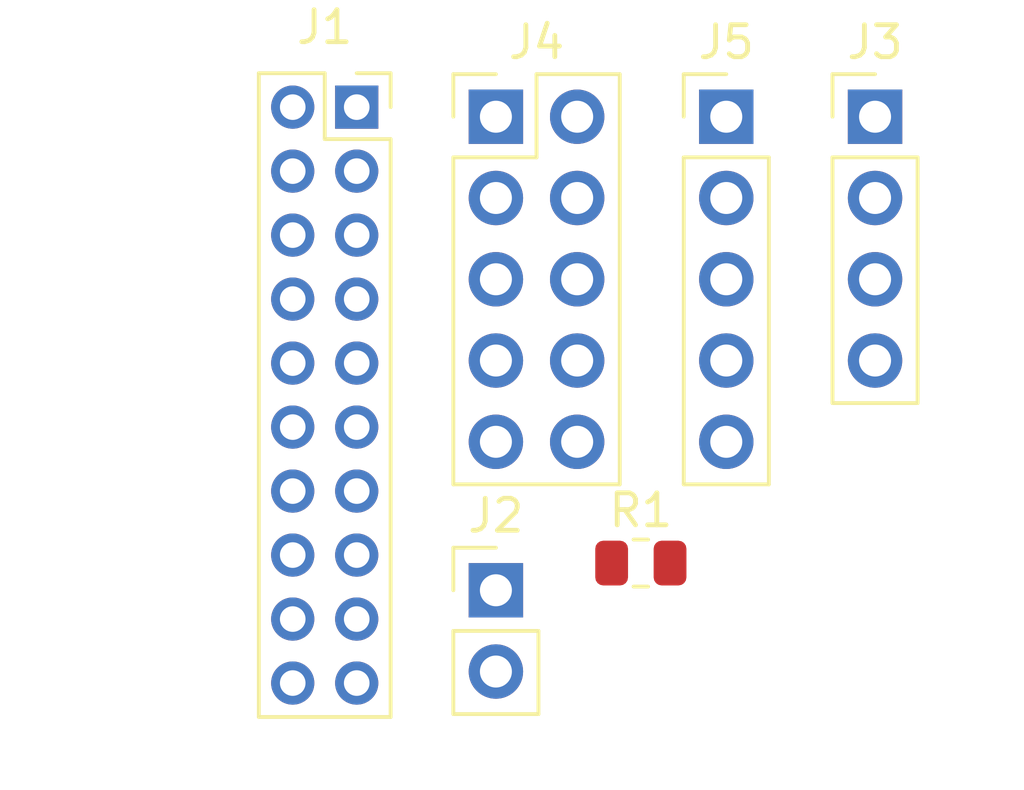
<source format=kicad_pcb>
(kicad_pcb (version 20171130) (host pcbnew 5.1.12-84ad8e8a86~92~ubuntu20.04.1)

  (general
    (thickness 1.6)
    (drawings 0)
    (tracks 0)
    (zones 0)
    (modules 6)
    (nets 19)
  )

  (page A4)
  (layers
    (0 F.Cu signal)
    (31 B.Cu signal)
    (32 B.Adhes user)
    (33 F.Adhes user)
    (34 B.Paste user)
    (35 F.Paste user)
    (36 B.SilkS user)
    (37 F.SilkS user)
    (38 B.Mask user)
    (39 F.Mask user)
    (40 Dwgs.User user)
    (41 Cmts.User user)
    (42 Eco1.User user)
    (43 Eco2.User user)
    (44 Edge.Cuts user)
    (45 Margin user)
    (46 B.CrtYd user)
    (47 F.CrtYd user)
    (48 B.Fab user)
    (49 F.Fab user)
  )

  (setup
    (last_trace_width 0.25)
    (trace_clearance 0.2)
    (zone_clearance 0.508)
    (zone_45_only no)
    (trace_min 0.2)
    (via_size 0.8)
    (via_drill 0.4)
    (via_min_size 0.4)
    (via_min_drill 0.3)
    (uvia_size 0.3)
    (uvia_drill 0.1)
    (uvias_allowed no)
    (uvia_min_size 0.2)
    (uvia_min_drill 0.1)
    (edge_width 0.05)
    (segment_width 0.2)
    (pcb_text_width 0.3)
    (pcb_text_size 1.5 1.5)
    (mod_edge_width 0.12)
    (mod_text_size 1 1)
    (mod_text_width 0.15)
    (pad_size 1.524 1.524)
    (pad_drill 0.762)
    (pad_to_mask_clearance 0.051)
    (solder_mask_min_width 0.25)
    (aux_axis_origin 0 0)
    (visible_elements FFFFFF7F)
    (pcbplotparams
      (layerselection 0x010fc_ffffffff)
      (usegerberextensions false)
      (usegerberattributes true)
      (usegerberadvancedattributes true)
      (creategerberjobfile true)
      (excludeedgelayer true)
      (linewidth 0.100000)
      (plotframeref false)
      (viasonmask false)
      (mode 1)
      (useauxorigin false)
      (hpglpennumber 1)
      (hpglpenspeed 20)
      (hpglpendiameter 15.000000)
      (psnegative false)
      (psa4output false)
      (plotreference true)
      (plotvalue true)
      (plotinvisibletext false)
      (padsonsilk false)
      (subtractmaskfromsilk false)
      (outputformat 1)
      (mirror false)
      (drillshape 1)
      (scaleselection 1)
      (outputdirectory ""))
  )

  (net 0 "")
  (net 1 MIC_L)
  (net 2 MIC_R)
  (net 3 MIC_DET)
  (net 4 HEADPHONE_DET)
  (net 5 HEADPHONE_L)
  (net 6 HEADPHONE_R)
  (net 7 FRONT_IO_DET)
  (net 8 HDD_LED-)
  (net 9 HDD_LED+)
  (net 10 USB_VCC1)
  (net 11 USB_VCC2)
  (net 12 USB_D-_1)
  (net 13 USB_D-_2)
  (net 14 USB_D+_1)
  (net 15 USB_D+_2)
  (net 16 "Net-(J1-Pad19)")
  (net 17 "Net-(J2-Pad1)")
  (net 18 "Net-(J4-Pad8)")

  (net_class Default "This is the default net class."
    (clearance 0.2)
    (trace_width 0.25)
    (via_dia 0.8)
    (via_drill 0.4)
    (uvia_dia 0.3)
    (uvia_drill 0.1)
    (add_net FRONT_IO_DET)
    (add_net HDD_LED+)
    (add_net HDD_LED-)
    (add_net HEADPHONE_DET)
    (add_net HEADPHONE_L)
    (add_net HEADPHONE_R)
    (add_net MIC_DET)
    (add_net MIC_L)
    (add_net MIC_R)
    (add_net "Net-(J1-Pad19)")
    (add_net "Net-(J2-Pad1)")
    (add_net "Net-(J4-Pad8)")
    (add_net USB_D+_1)
    (add_net USB_D+_2)
    (add_net USB_D-_1)
    (add_net USB_D-_2)
    (add_net USB_VCC1)
    (add_net USB_VCC2)
  )

  (module Connector_PinSocket_2.00mm:PinSocket_2x10_P2.00mm_Vertical (layer F.Cu) (tedit 5A19A41B) (tstamp 62027D47)
    (at 142.525001 94.125001)
    (descr "Through hole straight socket strip, 2x10, 2.00mm pitch, double cols (from Kicad 4.0.7), script generated")
    (tags "Through hole socket strip THT 2x10 2.00mm double row")
    (path /5E607E51)
    (fp_text reference J1 (at -1 -2.5) (layer F.SilkS)
      (effects (font (size 1 1) (thickness 0.15)))
    )
    (fp_text value DELL_2MM_MB_CONNECTOR (at -1 20.5) (layer F.Fab)
      (effects (font (size 1 1) (thickness 0.15)))
    )
    (fp_line (start -3.5 19.5) (end -3.5 -1.5) (layer F.CrtYd) (width 0.05))
    (fp_line (start 1.5 19.5) (end -3.5 19.5) (layer F.CrtYd) (width 0.05))
    (fp_line (start 1.5 -1.5) (end 1.5 19.5) (layer F.CrtYd) (width 0.05))
    (fp_line (start -3.5 -1.5) (end 1.5 -1.5) (layer F.CrtYd) (width 0.05))
    (fp_line (start 0 -1.06) (end 1.06 -1.06) (layer F.SilkS) (width 0.12))
    (fp_line (start 1.06 -1.06) (end 1.06 0) (layer F.SilkS) (width 0.12))
    (fp_line (start -1 -1.06) (end -1 1) (layer F.SilkS) (width 0.12))
    (fp_line (start -1 1) (end 1.06 1) (layer F.SilkS) (width 0.12))
    (fp_line (start 1.06 1) (end 1.06 19.06) (layer F.SilkS) (width 0.12))
    (fp_line (start -3.06 19.06) (end 1.06 19.06) (layer F.SilkS) (width 0.12))
    (fp_line (start -3.06 -1.06) (end -3.06 19.06) (layer F.SilkS) (width 0.12))
    (fp_line (start -3.06 -1.06) (end -1 -1.06) (layer F.SilkS) (width 0.12))
    (fp_line (start -3 19) (end -3 -1) (layer F.Fab) (width 0.1))
    (fp_line (start 1 19) (end -3 19) (layer F.Fab) (width 0.1))
    (fp_line (start 1 0) (end 1 19) (layer F.Fab) (width 0.1))
    (fp_line (start 0 -1) (end 1 0) (layer F.Fab) (width 0.1))
    (fp_line (start -3 -1) (end 0 -1) (layer F.Fab) (width 0.1))
    (fp_text user %R (at -1 9 90) (layer F.Fab)
      (effects (font (size 1 1) (thickness 0.15)))
    )
    (pad 1 thru_hole rect (at 0 0) (size 1.35 1.35) (drill 0.8) (layers *.Cu *.Mask)
      (net 1 MIC_L))
    (pad 2 thru_hole oval (at -2 0) (size 1.35 1.35) (drill 0.8) (layers *.Cu *.Mask)
      (net 2 MIC_R))
    (pad 3 thru_hole oval (at 0 2) (size 1.35 1.35) (drill 0.8) (layers *.Cu *.Mask)
      (net 3 MIC_DET))
    (pad 4 thru_hole oval (at -2 2) (size 1.35 1.35) (drill 0.8) (layers *.Cu *.Mask)
      (net 4 HEADPHONE_DET))
    (pad 5 thru_hole oval (at 0 4) (size 1.35 1.35) (drill 0.8) (layers *.Cu *.Mask)
      (net 5 HEADPHONE_L))
    (pad 6 thru_hole oval (at -2 4) (size 1.35 1.35) (drill 0.8) (layers *.Cu *.Mask)
      (net 6 HEADPHONE_R))
    (pad 7 thru_hole oval (at 0 6) (size 1.35 1.35) (drill 0.8) (layers *.Cu *.Mask)
      (net 7 FRONT_IO_DET))
    (pad 8 thru_hole oval (at -2 6) (size 1.35 1.35) (drill 0.8) (layers *.Cu *.Mask)
      (net 7 FRONT_IO_DET))
    (pad 9 thru_hole oval (at 0 8) (size 1.35 1.35) (drill 0.8) (layers *.Cu *.Mask)
      (net 8 HDD_LED-))
    (pad 10 thru_hole oval (at -2 8) (size 1.35 1.35) (drill 0.8) (layers *.Cu *.Mask)
      (net 9 HDD_LED+))
    (pad 11 thru_hole oval (at 0 10) (size 1.35 1.35) (drill 0.8) (layers *.Cu *.Mask)
      (net 10 USB_VCC1))
    (pad 12 thru_hole oval (at -2 10) (size 1.35 1.35) (drill 0.8) (layers *.Cu *.Mask)
      (net 11 USB_VCC2))
    (pad 13 thru_hole oval (at 0 12) (size 1.35 1.35) (drill 0.8) (layers *.Cu *.Mask)
      (net 12 USB_D-_1))
    (pad 14 thru_hole oval (at -2 12) (size 1.35 1.35) (drill 0.8) (layers *.Cu *.Mask)
      (net 13 USB_D-_2))
    (pad 15 thru_hole oval (at 0 14) (size 1.35 1.35) (drill 0.8) (layers *.Cu *.Mask)
      (net 14 USB_D+_1))
    (pad 16 thru_hole oval (at -2 14) (size 1.35 1.35) (drill 0.8) (layers *.Cu *.Mask)
      (net 15 USB_D+_2))
    (pad 17 thru_hole oval (at 0 16) (size 1.35 1.35) (drill 0.8) (layers *.Cu *.Mask)
      (net 7 FRONT_IO_DET))
    (pad 18 thru_hole oval (at -2 16) (size 1.35 1.35) (drill 0.8) (layers *.Cu *.Mask)
      (net 7 FRONT_IO_DET))
    (pad 19 thru_hole oval (at 0 18) (size 1.35 1.35) (drill 0.8) (layers *.Cu *.Mask)
      (net 16 "Net-(J1-Pad19)"))
    (pad 20 thru_hole oval (at -2 18) (size 1.35 1.35) (drill 0.8) (layers *.Cu *.Mask)
      (net 7 FRONT_IO_DET))
    (model ${KISYS3DMOD}/Connector_PinSocket_2.00mm.3dshapes/PinSocket_2x10_P2.00mm_Vertical.wrl
      (at (xyz 0 0 0))
      (scale (xyz 1 1 1))
      (rotate (xyz 0 0 0))
    )
  )

  (module Connector_PinHeader_2.54mm:PinHeader_1x02_P2.54mm_Vertical (layer F.Cu) (tedit 59FED5CC) (tstamp 62027D5D)
    (at 146.875001 109.225001)
    (descr "Through hole straight pin header, 1x02, 2.54mm pitch, single row")
    (tags "Through hole pin header THT 1x02 2.54mm single row")
    (path /5E613D8F)
    (fp_text reference J2 (at 0 -2.33) (layer F.SilkS)
      (effects (font (size 1 1) (thickness 0.15)))
    )
    (fp_text value HDD_LED_HEADER (at 0 4.87) (layer F.Fab)
      (effects (font (size 1 1) (thickness 0.15)))
    )
    (fp_line (start 1.8 -1.8) (end -1.8 -1.8) (layer F.CrtYd) (width 0.05))
    (fp_line (start 1.8 4.35) (end 1.8 -1.8) (layer F.CrtYd) (width 0.05))
    (fp_line (start -1.8 4.35) (end 1.8 4.35) (layer F.CrtYd) (width 0.05))
    (fp_line (start -1.8 -1.8) (end -1.8 4.35) (layer F.CrtYd) (width 0.05))
    (fp_line (start -1.33 -1.33) (end 0 -1.33) (layer F.SilkS) (width 0.12))
    (fp_line (start -1.33 0) (end -1.33 -1.33) (layer F.SilkS) (width 0.12))
    (fp_line (start -1.33 1.27) (end 1.33 1.27) (layer F.SilkS) (width 0.12))
    (fp_line (start 1.33 1.27) (end 1.33 3.87) (layer F.SilkS) (width 0.12))
    (fp_line (start -1.33 1.27) (end -1.33 3.87) (layer F.SilkS) (width 0.12))
    (fp_line (start -1.33 3.87) (end 1.33 3.87) (layer F.SilkS) (width 0.12))
    (fp_line (start -1.27 -0.635) (end -0.635 -1.27) (layer F.Fab) (width 0.1))
    (fp_line (start -1.27 3.81) (end -1.27 -0.635) (layer F.Fab) (width 0.1))
    (fp_line (start 1.27 3.81) (end -1.27 3.81) (layer F.Fab) (width 0.1))
    (fp_line (start 1.27 -1.27) (end 1.27 3.81) (layer F.Fab) (width 0.1))
    (fp_line (start -0.635 -1.27) (end 1.27 -1.27) (layer F.Fab) (width 0.1))
    (fp_text user %R (at 0 1.27 90) (layer F.Fab)
      (effects (font (size 1 1) (thickness 0.15)))
    )
    (pad 1 thru_hole rect (at 0 0) (size 1.7 1.7) (drill 1) (layers *.Cu *.Mask)
      (net 17 "Net-(J2-Pad1)"))
    (pad 2 thru_hole oval (at 0 2.54) (size 1.7 1.7) (drill 1) (layers *.Cu *.Mask)
      (net 8 HDD_LED-))
    (model ${KISYS3DMOD}/Connector_PinHeader_2.54mm.3dshapes/PinHeader_1x02_P2.54mm_Vertical.wrl
      (at (xyz 0 0 0))
      (scale (xyz 1 1 1))
      (rotate (xyz 0 0 0))
    )
  )

  (module Connector_PinHeader_2.54mm:PinHeader_1x04_P2.54mm_Vertical (layer F.Cu) (tedit 59FED5CC) (tstamp 62027D75)
    (at 158.725001 94.425001)
    (descr "Through hole straight pin header, 1x04, 2.54mm pitch, single row")
    (tags "Through hole pin header THT 1x04 2.54mm single row")
    (path /5E61652E)
    (fp_text reference J3 (at 0 -2.33) (layer F.SilkS)
      (effects (font (size 1 1) (thickness 0.15)))
    )
    (fp_text value Conn_01x04 (at 0 9.95) (layer F.Fab)
      (effects (font (size 1 1) (thickness 0.15)))
    )
    (fp_line (start 1.8 -1.8) (end -1.8 -1.8) (layer F.CrtYd) (width 0.05))
    (fp_line (start 1.8 9.4) (end 1.8 -1.8) (layer F.CrtYd) (width 0.05))
    (fp_line (start -1.8 9.4) (end 1.8 9.4) (layer F.CrtYd) (width 0.05))
    (fp_line (start -1.8 -1.8) (end -1.8 9.4) (layer F.CrtYd) (width 0.05))
    (fp_line (start -1.33 -1.33) (end 0 -1.33) (layer F.SilkS) (width 0.12))
    (fp_line (start -1.33 0) (end -1.33 -1.33) (layer F.SilkS) (width 0.12))
    (fp_line (start -1.33 1.27) (end 1.33 1.27) (layer F.SilkS) (width 0.12))
    (fp_line (start 1.33 1.27) (end 1.33 8.95) (layer F.SilkS) (width 0.12))
    (fp_line (start -1.33 1.27) (end -1.33 8.95) (layer F.SilkS) (width 0.12))
    (fp_line (start -1.33 8.95) (end 1.33 8.95) (layer F.SilkS) (width 0.12))
    (fp_line (start -1.27 -0.635) (end -0.635 -1.27) (layer F.Fab) (width 0.1))
    (fp_line (start -1.27 8.89) (end -1.27 -0.635) (layer F.Fab) (width 0.1))
    (fp_line (start 1.27 8.89) (end -1.27 8.89) (layer F.Fab) (width 0.1))
    (fp_line (start 1.27 -1.27) (end 1.27 8.89) (layer F.Fab) (width 0.1))
    (fp_line (start -0.635 -1.27) (end 1.27 -1.27) (layer F.Fab) (width 0.1))
    (fp_text user %R (at 0 3.81 90) (layer F.Fab)
      (effects (font (size 1 1) (thickness 0.15)))
    )
    (pad 1 thru_hole rect (at 0 0) (size 1.7 1.7) (drill 1) (layers *.Cu *.Mask)
      (net 10 USB_VCC1))
    (pad 2 thru_hole oval (at 0 2.54) (size 1.7 1.7) (drill 1) (layers *.Cu *.Mask)
      (net 12 USB_D-_1))
    (pad 3 thru_hole oval (at 0 5.08) (size 1.7 1.7) (drill 1) (layers *.Cu *.Mask)
      (net 14 USB_D+_1))
    (pad 4 thru_hole oval (at 0 7.62) (size 1.7 1.7) (drill 1) (layers *.Cu *.Mask)
      (net 7 FRONT_IO_DET))
    (model ${KISYS3DMOD}/Connector_PinHeader_2.54mm.3dshapes/PinHeader_1x04_P2.54mm_Vertical.wrl
      (at (xyz 0 0 0))
      (scale (xyz 1 1 1))
      (rotate (xyz 0 0 0))
    )
  )

  (module Connector_PinHeader_2.54mm:PinHeader_2x05_P2.54mm_Vertical (layer F.Cu) (tedit 59FED5CC) (tstamp 62027D95)
    (at 146.875001 94.425001)
    (descr "Through hole straight pin header, 2x05, 2.54mm pitch, double rows")
    (tags "Through hole pin header THT 2x05 2.54mm double row")
    (path /5E610C2D)
    (fp_text reference J4 (at 1.27 -2.33) (layer F.SilkS)
      (effects (font (size 1 1) (thickness 0.15)))
    )
    (fp_text value HDAUDIO_HEADER (at 1.27 12.49) (layer F.Fab)
      (effects (font (size 1 1) (thickness 0.15)))
    )
    (fp_line (start 4.35 -1.8) (end -1.8 -1.8) (layer F.CrtYd) (width 0.05))
    (fp_line (start 4.35 11.95) (end 4.35 -1.8) (layer F.CrtYd) (width 0.05))
    (fp_line (start -1.8 11.95) (end 4.35 11.95) (layer F.CrtYd) (width 0.05))
    (fp_line (start -1.8 -1.8) (end -1.8 11.95) (layer F.CrtYd) (width 0.05))
    (fp_line (start -1.33 -1.33) (end 0 -1.33) (layer F.SilkS) (width 0.12))
    (fp_line (start -1.33 0) (end -1.33 -1.33) (layer F.SilkS) (width 0.12))
    (fp_line (start 1.27 -1.33) (end 3.87 -1.33) (layer F.SilkS) (width 0.12))
    (fp_line (start 1.27 1.27) (end 1.27 -1.33) (layer F.SilkS) (width 0.12))
    (fp_line (start -1.33 1.27) (end 1.27 1.27) (layer F.SilkS) (width 0.12))
    (fp_line (start 3.87 -1.33) (end 3.87 11.49) (layer F.SilkS) (width 0.12))
    (fp_line (start -1.33 1.27) (end -1.33 11.49) (layer F.SilkS) (width 0.12))
    (fp_line (start -1.33 11.49) (end 3.87 11.49) (layer F.SilkS) (width 0.12))
    (fp_line (start -1.27 0) (end 0 -1.27) (layer F.Fab) (width 0.1))
    (fp_line (start -1.27 11.43) (end -1.27 0) (layer F.Fab) (width 0.1))
    (fp_line (start 3.81 11.43) (end -1.27 11.43) (layer F.Fab) (width 0.1))
    (fp_line (start 3.81 -1.27) (end 3.81 11.43) (layer F.Fab) (width 0.1))
    (fp_line (start 0 -1.27) (end 3.81 -1.27) (layer F.Fab) (width 0.1))
    (fp_text user %R (at 1.27 5.08 90) (layer F.Fab)
      (effects (font (size 1 1) (thickness 0.15)))
    )
    (pad 1 thru_hole rect (at 0 0) (size 1.7 1.7) (drill 1) (layers *.Cu *.Mask)
      (net 1 MIC_L))
    (pad 2 thru_hole oval (at 2.54 0) (size 1.7 1.7) (drill 1) (layers *.Cu *.Mask)
      (net 7 FRONT_IO_DET))
    (pad 3 thru_hole oval (at 0 2.54) (size 1.7 1.7) (drill 1) (layers *.Cu *.Mask)
      (net 2 MIC_R))
    (pad 4 thru_hole oval (at 2.54 2.54) (size 1.7 1.7) (drill 1) (layers *.Cu *.Mask)
      (net 7 FRONT_IO_DET))
    (pad 5 thru_hole oval (at 0 5.08) (size 1.7 1.7) (drill 1) (layers *.Cu *.Mask)
      (net 6 HEADPHONE_R))
    (pad 6 thru_hole oval (at 2.54 5.08) (size 1.7 1.7) (drill 1) (layers *.Cu *.Mask)
      (net 3 MIC_DET))
    (pad 7 thru_hole oval (at 0 7.62) (size 1.7 1.7) (drill 1) (layers *.Cu *.Mask)
      (net 7 FRONT_IO_DET))
    (pad 8 thru_hole oval (at 2.54 7.62) (size 1.7 1.7) (drill 1) (layers *.Cu *.Mask)
      (net 18 "Net-(J4-Pad8)"))
    (pad 9 thru_hole oval (at 0 10.16) (size 1.7 1.7) (drill 1) (layers *.Cu *.Mask)
      (net 5 HEADPHONE_L))
    (pad 10 thru_hole oval (at 2.54 10.16) (size 1.7 1.7) (drill 1) (layers *.Cu *.Mask)
      (net 4 HEADPHONE_DET))
    (model ${KISYS3DMOD}/Connector_PinHeader_2.54mm.3dshapes/PinHeader_2x05_P2.54mm_Vertical.wrl
      (at (xyz 0 0 0))
      (scale (xyz 1 1 1))
      (rotate (xyz 0 0 0))
    )
  )

  (module Connector_PinHeader_2.54mm:PinHeader_1x05_P2.54mm_Vertical (layer F.Cu) (tedit 59FED5CC) (tstamp 62027DAE)
    (at 154.075001 94.425001)
    (descr "Through hole straight pin header, 1x05, 2.54mm pitch, single row")
    (tags "Through hole pin header THT 1x05 2.54mm single row")
    (path /5E616F9C)
    (fp_text reference J5 (at 0 -2.33) (layer F.SilkS)
      (effects (font (size 1 1) (thickness 0.15)))
    )
    (fp_text value Conn_01x05 (at 0 12.49) (layer F.Fab)
      (effects (font (size 1 1) (thickness 0.15)))
    )
    (fp_line (start 1.8 -1.8) (end -1.8 -1.8) (layer F.CrtYd) (width 0.05))
    (fp_line (start 1.8 11.95) (end 1.8 -1.8) (layer F.CrtYd) (width 0.05))
    (fp_line (start -1.8 11.95) (end 1.8 11.95) (layer F.CrtYd) (width 0.05))
    (fp_line (start -1.8 -1.8) (end -1.8 11.95) (layer F.CrtYd) (width 0.05))
    (fp_line (start -1.33 -1.33) (end 0 -1.33) (layer F.SilkS) (width 0.12))
    (fp_line (start -1.33 0) (end -1.33 -1.33) (layer F.SilkS) (width 0.12))
    (fp_line (start -1.33 1.27) (end 1.33 1.27) (layer F.SilkS) (width 0.12))
    (fp_line (start 1.33 1.27) (end 1.33 11.49) (layer F.SilkS) (width 0.12))
    (fp_line (start -1.33 1.27) (end -1.33 11.49) (layer F.SilkS) (width 0.12))
    (fp_line (start -1.33 11.49) (end 1.33 11.49) (layer F.SilkS) (width 0.12))
    (fp_line (start -1.27 -0.635) (end -0.635 -1.27) (layer F.Fab) (width 0.1))
    (fp_line (start -1.27 11.43) (end -1.27 -0.635) (layer F.Fab) (width 0.1))
    (fp_line (start 1.27 11.43) (end -1.27 11.43) (layer F.Fab) (width 0.1))
    (fp_line (start 1.27 -1.27) (end 1.27 11.43) (layer F.Fab) (width 0.1))
    (fp_line (start -0.635 -1.27) (end 1.27 -1.27) (layer F.Fab) (width 0.1))
    (fp_text user %R (at 0 5.08 90) (layer F.Fab)
      (effects (font (size 1 1) (thickness 0.15)))
    )
    (pad 1 thru_hole rect (at 0 0) (size 1.7 1.7) (drill 1) (layers *.Cu *.Mask)
      (net 11 USB_VCC2))
    (pad 2 thru_hole oval (at 0 2.54) (size 1.7 1.7) (drill 1) (layers *.Cu *.Mask)
      (net 13 USB_D-_2))
    (pad 3 thru_hole oval (at 0 5.08) (size 1.7 1.7) (drill 1) (layers *.Cu *.Mask)
      (net 15 USB_D+_2))
    (pad 4 thru_hole oval (at 0 7.62) (size 1.7 1.7) (drill 1) (layers *.Cu *.Mask)
      (net 7 FRONT_IO_DET))
    (pad 5 thru_hole oval (at 0 10.16) (size 1.7 1.7) (drill 1) (layers *.Cu *.Mask)
      (net 7 FRONT_IO_DET))
    (model ${KISYS3DMOD}/Connector_PinHeader_2.54mm.3dshapes/PinHeader_1x05_P2.54mm_Vertical.wrl
      (at (xyz 0 0 0))
      (scale (xyz 1 1 1))
      (rotate (xyz 0 0 0))
    )
  )

  (module Resistor_SMD:R_0805_2012Metric (layer F.Cu) (tedit 5F68FEEE) (tstamp 62027DBF)
    (at 151.405001 108.375001)
    (descr "Resistor SMD 0805 (2012 Metric), square (rectangular) end terminal, IPC_7351 nominal, (Body size source: IPC-SM-782 page 72, https://www.pcb-3d.com/wordpress/wp-content/uploads/ipc-sm-782a_amendment_1_and_2.pdf), generated with kicad-footprint-generator")
    (tags resistor)
    (path /5E614479)
    (attr smd)
    (fp_text reference R1 (at 0 -1.65) (layer F.SilkS)
      (effects (font (size 1 1) (thickness 0.15)))
    )
    (fp_text value 470 (at 0 1.65) (layer F.Fab)
      (effects (font (size 1 1) (thickness 0.15)))
    )
    (fp_line (start 1.68 0.95) (end -1.68 0.95) (layer F.CrtYd) (width 0.05))
    (fp_line (start 1.68 -0.95) (end 1.68 0.95) (layer F.CrtYd) (width 0.05))
    (fp_line (start -1.68 -0.95) (end 1.68 -0.95) (layer F.CrtYd) (width 0.05))
    (fp_line (start -1.68 0.95) (end -1.68 -0.95) (layer F.CrtYd) (width 0.05))
    (fp_line (start -0.227064 0.735) (end 0.227064 0.735) (layer F.SilkS) (width 0.12))
    (fp_line (start -0.227064 -0.735) (end 0.227064 -0.735) (layer F.SilkS) (width 0.12))
    (fp_line (start 1 0.625) (end -1 0.625) (layer F.Fab) (width 0.1))
    (fp_line (start 1 -0.625) (end 1 0.625) (layer F.Fab) (width 0.1))
    (fp_line (start -1 -0.625) (end 1 -0.625) (layer F.Fab) (width 0.1))
    (fp_line (start -1 0.625) (end -1 -0.625) (layer F.Fab) (width 0.1))
    (fp_text user %R (at 0 0) (layer F.Fab)
      (effects (font (size 0.5 0.5) (thickness 0.08)))
    )
    (pad 1 smd roundrect (at -0.9125 0) (size 1.025 1.4) (layers F.Cu F.Paste F.Mask) (roundrect_rratio 0.243902)
      (net 9 HDD_LED+))
    (pad 2 smd roundrect (at 0.9125 0) (size 1.025 1.4) (layers F.Cu F.Paste F.Mask) (roundrect_rratio 0.243902)
      (net 17 "Net-(J2-Pad1)"))
    (model ${KISYS3DMOD}/Resistor_SMD.3dshapes/R_0805_2012Metric.wrl
      (at (xyz 0 0 0))
      (scale (xyz 1 1 1))
      (rotate (xyz 0 0 0))
    )
  )

)

</source>
